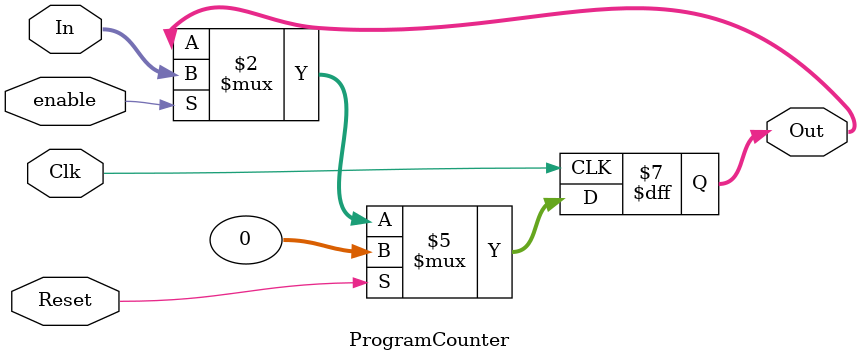
<source format=v>
`timescale 1ns / 1ps


module ProgramCounter(  input Clk, 
                        input Reset, 
                        input enable,
                        input [31:0] In, 
                        output reg [31:0] Out);


//always@(posedge Clk) begin
always@(negedge Clk) begin
	if(Reset) begin	
	    Out <= 0;		//Si hay un reset, PC = 0
    end
	else begin 
	   if (enable) begin Out <= In;	end 
    end
end

endmodule

</source>
